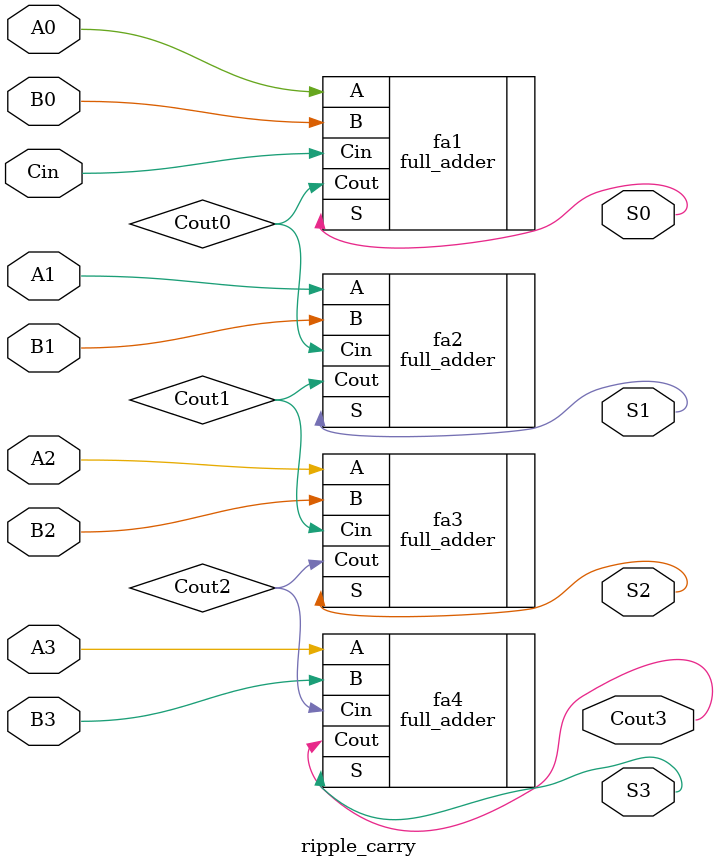
<source format=v>
`timescale 1ns / 1ps

module ripple_carry(A3,A2,A1,A0,B3,B2,B1,B0,Cin,S0,S1,S2,S3,Cout3);

	//inputs
	input A0,A1,A2,A3; 
	input B0,B1,B2,B3;
	input Cin;
	
	//intermediate values
	wire Cout0;
	wire Cout1;
	wire Cout2;
	
	//outputs
	output S0,S1,S2,S3,Cout3;
	
	//instantiate full adder #1
	full_adder fa1(
		.A(A0),
		.B(B0),
		.Cin(Cin),
		.S(S0),
		.Cout(Cout0)
	);
	
	//instantiate full adder #2
	full_adder fa2(
		.A(A1),
		.B(B1),
		.Cin(Cout0),
		.S(S1),
		.Cout(Cout1)
	);
	
	//instantiate full adder #3
	full_adder fa3(
		.A(A2),
		.B(B2),
		.Cin(Cout1),
		.S(S2),
		.Cout(Cout2)
	);
	
	//instantiate full adder #4
	full_adder fa4(
		.A(A3),
		.B(B3),
		.Cin(Cout2),
		.S(S3),
		.Cout(Cout3)
	);
	
endmodule 
	
</source>
